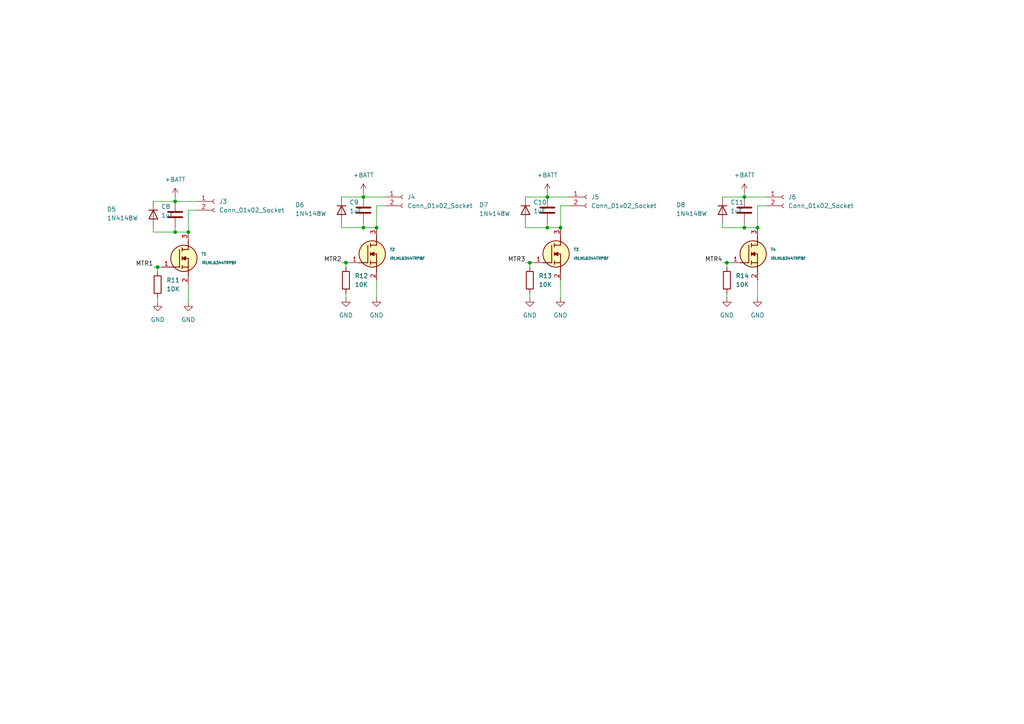
<source format=kicad_sch>
(kicad_sch (version 20250114) (generator "eeschema") (generator_version "9.0")
  (paper "A4")
  (lib_symbols
    (symbol "Connector:Conn_01x02_Socket" (pin_names (offset 1.016) (hide yes))
      (property "Reference" "J" (at 0 2.54 0))
      (property "Value" "Conn_01x02_Socket" (at 0 -5.08 0))
      (symbol "Conn_01x02_Socket_1_1"
        (polyline (pts (xy -1.27 0) (xy -0.508 0)) (stroke (width 0.1524)))
        (polyline (pts (xy -1.27 -2.54) (xy -0.508 -2.54)) (stroke (width 0.1524)))
        (arc (start 0 -0.508) (mid -0.5058 0) (end 0 0.508) (stroke (width 0.1524)))
        (arc (start 0 -3.048) (mid -0.5058 -2.54) (end 0 -2.032) (stroke (width 0.1524)))
        (pin passive line (at -5.08 0 0) (length 3.81) (name "Pin_1") (number "1"))
        (pin passive line (at -5.08 -2.54 0) (length 3.81) (name "Pin_2") (number "2"))
      )
    )
    (symbol "Device:C" (pin_numbers (hide yes)) (pin_names (offset 0.254))
      (property "Reference" "C" (at 0.635 2.54 0))
      (property "Value" "C" (at 0.635 -2.54 0))
      (symbol "C_0_1"
        (polyline (pts (xy -2.032 0.762) (xy 2.032 0.762)) (stroke (width 0.508)))
        (polyline (pts (xy -2.032 -0.762) (xy 2.032 -0.762)) (stroke (width 0.508)))
      )
      (symbol "C_1_1"
        (pin passive line (at 0 3.81 270) (length 2.794) (name "~") (number "1"))
        (pin passive line (at 0 -3.81 90) (length 2.794) (name "~") (number "2"))
      )
    )
    (symbol "Device:R" (pin_numbers (hide yes)) (pin_names (offset 0))
      (property "Reference" "R" (at 2.032 0 90))
      (property "Value" "R" (at 0 0 90))
      (symbol "R_0_1"
        (rectangle (start -1.016 -2.54) (end 1.016 2.54) (stroke (width 0.254)))
      )
      (symbol "R_1_1"
        (pin passive line (at 0 3.81 270) (length 1.27) (name "~") (number "1"))
        (pin passive line (at 0 -3.81 90) (length 1.27) (name "~") (number "2"))
      )
    )
    (symbol "Diode:1N4148W" (pin_numbers (hide yes)) (pin_names (hide yes))
      (property "Reference" "D" (at 0 2.54 0))
      (property "Value" "1N4148W" (at 0 -2.54 0))
      (symbol "1N4148W_0_1"
        (polyline (pts (xy -1.27 1.27) (xy -1.27 -1.27)) (stroke (width 0.254)))
        (polyline (pts (xy 1.27 1.27) (xy 1.27 -1.27) (xy -1.27 0) (xy 1.27 1.27)) (stroke (width 0.254)))
        (polyline (pts (xy 1.27 0) (xy -1.27 0)))
      )
      (symbol "1N4148W_1_1"
        (pin passive line (at -3.81 0 0) (length 2.54) (name "K") (number "1"))
        (pin passive line (at 3.81 0 180) (length 2.54) (name "A") (number "2"))
      )
    )
    (symbol "IRLML6344TRPBF:SI2302DS-T1" (pin_names (hide yes))
      (property "Reference" "T2" (at 1.016 6.604 0))
      (property "Value" "IRLML6344TRPBF" (at -5.588 4.826 0))
      (symbol "SI2302DS-T1_1_1"
        (polyline (pts (xy 2.54 0) (xy 5.08 0)) (stroke (width 0.254)))
        (polyline (pts (xy 5.08 5.08) (xy 5.08 0)) (stroke (width 0.254)))
        (polyline (pts (xy 5.842 5.588) (xy 5.842 4.572)) (stroke (width 0.254)))
        (polyline (pts (xy 5.842 2.54) (xy 6.858 3.048) (xy 6.858 2.032) (xy 5.842 2.54)) (stroke (width 0.254)) (fill (type outline)))
        (polyline (pts (xy 5.842 2.032) (xy 5.842 3.048)) (stroke (width 0.254)))
        (polyline (pts (xy 5.842 0) (xy 7.62 0)) (stroke (width 0.254)))
        (polyline (pts (xy 5.842 -0.508) (xy 5.842 0.508)) (stroke (width 0.254)))
        (circle (center 6.35 2.54) (radius 3.81) (stroke (width 0.254)) (fill (type background)))
        (polyline (pts (xy 7.62 5.08) (xy 5.842 5.08)) (stroke (width 0.254)))
        (polyline (pts (xy 7.62 5.08) (xy 7.62 7.62)) (stroke (width 0.254)))
        (polyline (pts (xy 7.62 2.54) (xy 5.842 2.54)) (stroke (width 0.254)))
        (polyline (pts (xy 7.62 2.54) (xy 7.62 -2.54)) (stroke (width 0.254)))
        (pin passive line (at 0 0 0) (length 2.54) (name "G") (number "1"))
        (pin passive line (at 7.62 10.16 270) (length 2.54) (name "D") (number "3"))
        (pin passive line (at 7.62 -5.08 90) (length 2.54) (name "S") (number "2"))
      )
    )
    (symbol "power:+BATT" (power) (pin_numbers (hide yes)) (pin_names (offset 0) (hide yes))
      (property "Value" "+BATT" (at 0 3.556 0))
      (symbol "+BATT_0_1"
        (polyline (pts (xy -0.762 1.27) (xy 0 2.54)))
        (polyline (pts (xy 0 2.54) (xy 0.762 1.27)))
        (polyline (pts (xy 0 0) (xy 0 2.54)))
      )
      (symbol "+BATT_1_1"
        (pin power_in line (at 0 0 90) (length 0) (name "~") (number "1"))
      )
    )
    (symbol "power:GND" (power) (pin_numbers (hide yes)) (pin_names (offset 0) (hide yes))
      (property "Value" "GND" (at 0 -3.81 0))
      (symbol "GND_0_1"
        (polyline (pts (xy 0 0) (xy 0 -1.27) (xy 1.27 -1.27) (xy 0 -2.54) (xy -1.27 -1.27) (xy 0 -1.27)))
      )
      (symbol "GND_1_1"
        (pin power_in line (at 0 0 270) (length 0) (name "~") (number "1"))
      )
    )
  )
  (junction (at 153.67 76.2))
  (junction (at 105.41 57.15))
  (junction (at 162.56 66.04))
  (junction (at 158.75 66.04))
  (junction (at 105.41 66.04))
  (junction (at 215.9 57.15))
  (junction (at 210.82 76.2))
  (junction (at 50.8 67.31))
  (junction (at 109.22 66.04))
  (junction (at 219.71 66.04))
  (junction (at 158.75 57.15))
  (junction (at 100.33 76.2))
  (junction (at 54.61 67.31))
  (junction (at 50.8 58.42))
  (junction (at 45.72 77.47))
  (junction (at 215.9 66.04))
  (wire (pts (xy 109.22 81.28) (xy 109.22 86.36)))
  (wire (pts (xy 158.75 66.04) (xy 152.4 66.04)))
  (wire (pts (xy 54.61 60.96) (xy 57.15 60.96)))
  (wire (pts (xy 99.06 57.15) (xy 105.41 57.15)))
  (wire (pts (xy 152.4 57.15) (xy 158.75 57.15)))
  (wire (pts (xy 45.72 77.47) (xy 46.99 77.47)))
  (wire (pts (xy 44.45 77.47) (xy 45.72 77.47)))
  (wire (pts (xy 209.55 57.15) (xy 215.9 57.15)))
  (wire (pts (xy 54.61 67.31) (xy 50.8 67.31)))
  (wire (pts (xy 162.56 66.04) (xy 162.56 59.69)))
  (wire (pts (xy 153.67 85.09) (xy 153.67 86.36)))
  (wire (pts (xy 50.8 67.31) (xy 44.45 67.31)))
  (wire (pts (xy 162.56 81.28) (xy 162.56 86.36)))
  (wire (pts (xy 109.22 66.04) (xy 105.41 66.04)))
  (wire (pts (xy 219.71 81.28) (xy 219.71 86.36)))
  (wire (pts (xy 109.22 66.04) (xy 109.22 59.69)))
  (wire (pts (xy 153.67 76.2) (xy 153.67 77.47)))
  (wire (pts (xy 219.71 66.04) (xy 215.9 66.04)))
  (wire (pts (xy 158.75 57.15) (xy 165.1 57.15)))
  (wire (pts (xy 209.55 76.2) (xy 210.82 76.2)))
  (wire (pts (xy 105.41 55.88) (xy 105.41 57.15)))
  (wire (pts (xy 209.55 66.04) (xy 209.55 64.77)))
  (wire (pts (xy 54.61 82.55) (xy 54.61 87.63)))
  (wire (pts (xy 50.8 66.04) (xy 50.8 67.31)))
  (wire (pts (xy 50.8 57.15) (xy 50.8 58.42)))
  (wire (pts (xy 54.61 67.31) (xy 54.61 60.96)))
  (wire (pts (xy 45.72 77.47) (xy 45.72 78.74)))
  (wire (pts (xy 44.45 67.31) (xy 44.45 66.04)))
  (wire (pts (xy 109.22 59.69) (xy 111.76 59.69)))
  (wire (pts (xy 219.71 59.69) (xy 222.25 59.69)))
  (wire (pts (xy 45.72 86.36) (xy 45.72 87.63)))
  (wire (pts (xy 105.41 57.15) (xy 111.76 57.15)))
  (wire (pts (xy 210.82 76.2) (xy 210.82 77.47)))
  (wire (pts (xy 215.9 64.77) (xy 215.9 66.04)))
  (wire (pts (xy 44.45 58.42) (xy 50.8 58.42)))
  (wire (pts (xy 99.06 76.2) (xy 100.33 76.2)))
  (wire (pts (xy 99.06 66.04) (xy 99.06 64.77)))
  (wire (pts (xy 210.82 85.09) (xy 210.82 86.36)))
  (wire (pts (xy 158.75 55.88) (xy 158.75 57.15)))
  (wire (pts (xy 215.9 55.88) (xy 215.9 57.15)))
  (wire (pts (xy 50.8 58.42) (xy 57.15 58.42)))
  (wire (pts (xy 105.41 66.04) (xy 99.06 66.04)))
  (wire (pts (xy 100.33 85.09) (xy 100.33 86.36)))
  (wire (pts (xy 158.75 64.77) (xy 158.75 66.04)))
  (wire (pts (xy 210.82 76.2) (xy 212.09 76.2)))
  (wire (pts (xy 162.56 66.04) (xy 158.75 66.04)))
  (wire (pts (xy 153.67 76.2) (xy 154.94 76.2)))
  (wire (pts (xy 215.9 66.04) (xy 209.55 66.04)))
  (wire (pts (xy 100.33 76.2) (xy 101.6 76.2)))
  (wire (pts (xy 219.71 66.04) (xy 219.71 59.69)))
  (wire (pts (xy 100.33 76.2) (xy 100.33 77.47)))
  (wire (pts (xy 215.9 57.15) (xy 222.25 57.15)))
  (wire (pts (xy 152.4 76.2) (xy 153.67 76.2)))
  (wire (pts (xy 105.41 64.77) (xy 105.41 66.04)))
  (wire (pts (xy 152.4 66.04) (xy 152.4 64.77)))
  (wire (pts (xy 162.56 59.69) (xy 165.1 59.69)))
  (label "MTR2" (at 99.06 76.2 180))
  (label "MTR4" (at 209.55 76.2 180))
  (label "MTR3" (at 152.4 76.2 180))
  (label "MTR1" (at 44.45 77.47 180))
  (symbol (lib_id "power:GND") (at 100.33 86.36 0) (unit 1)
    (property "Reference" "#PWR020" (effects (hide yes)))
    (property "Value" "GND" (at 100.33 91.44 0))
    (property "Description" "Power symbol creates a global label with name \"GND\" , ground" (effects (hide yes)))
  )
  (symbol (lib_id "Connector:Conn_01x02_Socket") (at 227.33 57.15 0) (unit 1)
    (property "Reference" "J6" (at 228.6 57.1499 0) (effects (justify left)))
    (property "Value" "Conn_01x02_Socket" (at 228.6 59.6899 0) (effects (justify left)))
    (property "Description" "Generic connector, single row, 01x02, script generated" (effects (hide yes)))
  )
  (symbol (lib_id "IRLML6344TRPBF:SI2302DS-T1") (at 212.09 76.2 0) (unit 1)
    (property "Reference" "T4" (at 223.52 72.39 0) (effects (font (size 0.8 0.8)) (justify left)))
    (property "Value" "IRLML6344TRPBF" (at 223.52 74.93 0) (effects (font (size 0.8 0.8)) (justify left)))
    (property "Footprint" "SI2302DS-T1:SOT95P237X112-3N" (effects (hide yes)))
    (property "Datasheet" "https://www.lcsc.com/datasheet/lcsc_datasheet_2305231118_HXY-MOSFET-IRLML6344TRPBF-HXY_C6285738.pdf" (effects (hide yes)))
    (property "LCSC Part #" "C6285738 " (effects (hide yes)))
    (property "LCSC Link" "https://www.lcsc.com/product-detail/MOSFETs_HXY-MOSFET-IRLML6344TRPBF-HXY_C6285738.html" (effects (hide yes)))
    (property "MFR.Part #" "IRLML6344TRPBF-HXY" (effects (hide yes)))
    (property "Manufacturer" " HXY MOSFET" (effects (hide yes)))
    (property "Package" "SOT-23" (effects (hide yes)))
    (property "JLCA Type" "Extended" (effects (hide yes)))
  )
  (symbol (lib_id "Diode:1N4148W") (at 99.06 60.96 270) (unit 1)
    (property "Reference" "D6" (at 85.598 59.436 90) (effects (justify left)))
    (property "Value" "1N4148W" (at 85.598 61.976 90) (effects (justify left)))
    (property "Footprint" "Diode_SMD:D_SOD-123" (effects (hide yes)))
    (property "Datasheet" "https://www.vishay.com/docs/85748/1n4148w.pdf" (effects (hide yes)))
    (property "Description" "75V 0.15A Fast Switching Diode, SOD-123" (effects (hide yes)))
    (property "Sim.Device" "D" (effects (hide yes)))
    (property "Sim.Pins" "1=K 2=A" (effects (hide yes)))
  )
  (symbol (lib_id "IRLML6344TRPBF:SI2302DS-T1") (at 46.99 77.47 0) (unit 1)
    (property "Reference" "T1" (at 58.42 73.66 0) (effects (font (size 0.8 0.8)) (justify left)))
    (property "Value" "IRLML6344TRPBF" (at 58.42 76.2 0) (effects (font (size 0.8 0.8)) (justify left)))
    (property "Footprint" "SI2302DS-T1:SOT95P237X112-3N" (effects (hide yes)))
    (property "Datasheet" "https://www.lcsc.com/datasheet/lcsc_datasheet_2305231118_HXY-MOSFET-IRLML6344TRPBF-HXY_C6285738.pdf" (effects (hide yes)))
    (property "LCSC Part #" "C6285738 " (effects (hide yes)))
    (property "LCSC Link" "https://www.lcsc.com/product-detail/MOSFETs_HXY-MOSFET-IRLML6344TRPBF-HXY_C6285738.html" (effects (hide yes)))
    (property "MFR.Part #" "IRLML6344TRPBF-HXY" (effects (hide yes)))
    (property "Manufacturer" " HXY MOSFET" (effects (hide yes)))
    (property "Package" "SOT-23" (effects (hide yes)))
    (property "JLCA Type" "Extended" (effects (hide yes)))
  )
  (symbol (lib_id "Device:R") (at 210.82 81.28 0) (unit 1)
    (property "Reference" "R14" (at 213.36 80.0099 0) (effects (justify left)))
    (property "Value" "10K" (at 213.36 82.5499 0) (effects (justify left)))
    (property "Description" "Resistor" (effects (hide yes)))
  )
  (symbol (lib_id "power:+BATT") (at 158.75 55.88 0) (unit 1)
    (property "Reference" "#PWR024" (effects (hide yes)))
    (property "Value" "+BATT" (at 158.75 50.8 0))
    (property "Description" "Power symbol creates a global label with name \"+BATT\"" (effects (hide yes)))
  )
  (symbol (lib_id "power:GND") (at 109.22 86.36 0) (unit 1)
    (property "Reference" "#PWR022" (effects (hide yes)))
    (property "Value" "GND" (at 109.22 91.44 0))
    (property "Description" "Power symbol creates a global label with name \"GND\" , ground" (effects (hide yes)))
  )
  (symbol (lib_id "Connector:Conn_01x02_Socket") (at 170.18 57.15 0) (unit 1)
    (property "Reference" "J5" (at 171.45 57.1499 0) (effects (justify left)))
    (property "Value" "Conn_01x02_Socket" (at 171.45 59.6899 0) (effects (justify left)))
    (property "Description" "Generic connector, single row, 01x02, script generated" (effects (hide yes)))
  )
  (symbol (lib_id "power:+BATT") (at 50.8 57.15 0) (unit 1)
    (property "Reference" "#PWR015" (effects (hide yes)))
    (property "Value" "+BATT" (at 50.8 52.07 0))
    (property "Description" "Power symbol creates a global label with name \"+BATT\"" (effects (hide yes)))
  )
  (symbol (lib_id "Connector:Conn_01x02_Socket") (at 62.23 58.42 0) (unit 1)
    (property "Reference" "J3" (at 63.5 58.4199 0) (effects (justify left)))
    (property "Value" "Conn_01x02_Socket" (at 63.5 60.9599 0) (effects (justify left)))
    (property "Description" "Generic connector, single row, 01x02, script generated" (effects (hide yes)))
  )
  (symbol (lib_id "power:+BATT") (at 215.9 55.88 0) (unit 1)
    (property "Reference" "#PWR027" (effects (hide yes)))
    (property "Value" "+BATT" (at 215.9 50.8 0))
    (property "Description" "Power symbol creates a global label with name \"+BATT\"" (effects (hide yes)))
  )
  (symbol (lib_id "power:GND") (at 45.72 87.63 0) (unit 1)
    (property "Reference" "#PWR019" (effects (hide yes)))
    (property "Value" "GND" (at 45.72 92.71 0))
    (property "Description" "Power symbol creates a global label with name \"GND\" , ground" (effects (hide yes)))
  )
  (symbol (lib_id "IRLML6344TRPBF:SI2302DS-T1") (at 101.6 76.2 0) (unit 1)
    (property "Reference" "T2" (at 113.03 72.39 0) (effects (font (size 0.8 0.8)) (justify left)))
    (property "Value" "IRLML6344TRPBF" (at 113.03 74.93 0) (effects (font (size 0.8 0.8)) (justify left)))
    (property "Footprint" "SI2302DS-T1:SOT95P237X112-3N" (effects (hide yes)))
    (property "Datasheet" "https://www.lcsc.com/datasheet/lcsc_datasheet_2305231118_HXY-MOSFET-IRLML6344TRPBF-HXY_C6285738.pdf" (effects (hide yes)))
    (property "LCSC Part #" "C6285738 " (effects (hide yes)))
    (property "LCSC Link" "https://www.lcsc.com/product-detail/MOSFETs_HXY-MOSFET-IRLML6344TRPBF-HXY_C6285738.html" (effects (hide yes)))
    (property "MFR.Part #" "IRLML6344TRPBF-HXY" (effects (hide yes)))
    (property "Manufacturer" " HXY MOSFET" (effects (hide yes)))
    (property "Package" "SOT-23" (effects (hide yes)))
    (property "JLCA Type" "Extended" (effects (hide yes)))
  )
  (symbol (lib_id "power:GND") (at 210.82 86.36 0) (unit 1)
    (property "Reference" "#PWR026" (effects (hide yes)))
    (property "Value" "GND" (at 210.82 91.44 0))
    (property "Description" "Power symbol creates a global label with name \"GND\" , ground" (effects (hide yes)))
  )
  (symbol (lib_id "power:GND") (at 162.56 86.36 0) (unit 1)
    (property "Reference" "#PWR025" (effects (hide yes)))
    (property "Value" "GND" (at 162.56 91.44 0))
    (property "Description" "Power symbol creates a global label with name \"GND\" , ground" (effects (hide yes)))
  )
  (symbol (lib_id "power:GND") (at 153.67 86.36 0) (unit 1)
    (property "Reference" "#PWR023" (effects (hide yes)))
    (property "Value" "GND" (at 153.67 91.44 0))
    (property "Description" "Power symbol creates a global label with name \"GND\" , ground" (effects (hide yes)))
  )
  (symbol (lib_id "Diode:1N4148W") (at 44.45 62.23 270) (unit 1)
    (property "Reference" "D5" (at 30.988 60.706 90) (effects (justify left)))
    (property "Value" "1N4148W" (at 30.988 63.246 90) (effects (justify left)))
    (property "Footprint" "Diode_SMD:D_SOD-123" (effects (hide yes)))
    (property "Datasheet" "https://www.vishay.com/docs/85748/1n4148w.pdf" (effects (hide yes)))
    (property "Description" "75V 0.15A Fast Switching Diode, SOD-123" (effects (hide yes)))
    (property "Sim.Device" "D" (effects (hide yes)))
    (property "Sim.Pins" "1=K 2=A" (effects (hide yes)))
  )
  (symbol (lib_id "power:+BATT") (at 105.41 55.88 0) (unit 1)
    (property "Reference" "#PWR021" (effects (hide yes)))
    (property "Value" "+BATT" (at 105.41 50.8 0))
    (property "Description" "Power symbol creates a global label with name \"+BATT\"" (effects (hide yes)))
  )
  (symbol (lib_id "Device:C") (at 105.41 60.96 0) (unit 1)
    (property "Reference" "C9" (at 101.346 58.674 0) (effects (justify left)))
    (property "Value" "1uF" (at 101.346 61.214 0) (effects (justify left)))
    (property "Description" "Unpolarized capacitor" (effects (hide yes)))
  )
  (symbol (lib_id "Device:C") (at 50.8 62.23 0) (unit 1)
    (property "Reference" "C8" (at 46.736 59.944 0) (effects (justify left)))
    (property "Value" "1uF" (at 46.736 62.484 0) (effects (justify left)))
    (property "Description" "Unpolarized capacitor" (effects (hide yes)))
  )
  (symbol (lib_id "Diode:1N4148W") (at 152.4 60.96 270) (unit 1)
    (property "Reference" "D7" (at 138.938 59.436 90) (effects (justify left)))
    (property "Value" "1N4148W" (at 138.938 61.976 90) (effects (justify left)))
    (property "Footprint" "Diode_SMD:D_SOD-123" (effects (hide yes)))
    (property "Datasheet" "https://www.vishay.com/docs/85748/1n4148w.pdf" (effects (hide yes)))
    (property "Description" "75V 0.15A Fast Switching Diode, SOD-123" (effects (hide yes)))
    (property "Sim.Device" "D" (effects (hide yes)))
    (property "Sim.Pins" "1=K 2=A" (effects (hide yes)))
  )
  (symbol (lib_id "power:GND") (at 219.71 86.36 0) (unit 1)
    (property "Reference" "#PWR028" (effects (hide yes)))
    (property "Value" "GND" (at 219.71 91.44 0))
    (property "Description" "Power symbol creates a global label with name \"GND\" , ground" (effects (hide yes)))
  )
  (symbol (lib_id "power:GND") (at 54.61 87.63 0) (unit 1)
    (property "Reference" "#PWR018" (effects (hide yes)))
    (property "Value" "GND" (at 54.61 92.71 0))
    (property "Description" "Power symbol creates a global label with name \"GND\" , ground" (effects (hide yes)))
  )
  (symbol (lib_id "Device:R") (at 45.72 82.55 0) (unit 1)
    (property "Reference" "R11" (at 48.26 81.2799 0) (effects (justify left)))
    (property "Value" "10K" (at 48.26 83.8199 0) (effects (justify left)))
    (property "Description" "Resistor" (effects (hide yes)))
  )
  (symbol (lib_id "Connector:Conn_01x02_Socket") (at 116.84 57.15 0) (unit 1)
    (property "Reference" "J4" (at 118.11 57.1499 0) (effects (justify left)))
    (property "Value" "Conn_01x02_Socket" (at 118.11 59.6899 0) (effects (justify left)))
    (property "Description" "Generic connector, single row, 01x02, script generated" (effects (hide yes)))
  )
  (symbol (lib_id "Device:C") (at 158.75 60.96 0) (unit 1)
    (property "Reference" "C10" (at 154.686 58.674 0) (effects (justify left)))
    (property "Value" "1uF" (at 154.686 61.214 0) (effects (justify left)))
    (property "Description" "Unpolarized capacitor" (effects (hide yes)))
  )
  (symbol (lib_id "Device:R") (at 153.67 81.28 0) (unit 1)
    (property "Reference" "R13" (at 156.21 80.0099 0) (effects (justify left)))
    (property "Value" "10K" (at 156.21 82.5499 0) (effects (justify left)))
    (property "Description" "Resistor" (effects (hide yes)))
  )
  (symbol (lib_id "Diode:1N4148W") (at 209.55 60.96 270) (unit 1)
    (property "Reference" "D8" (at 196.088 59.436 90) (effects (justify left)))
    (property "Value" "1N4148W" (at 196.088 61.976 90) (effects (justify left)))
    (property "Footprint" "Diode_SMD:D_SOD-123" (effects (hide yes)))
    (property "Datasheet" "https://www.vishay.com/docs/85748/1n4148w.pdf" (effects (hide yes)))
    (property "Description" "75V 0.15A Fast Switching Diode, SOD-123" (effects (hide yes)))
    (property "Sim.Device" "D" (effects (hide yes)))
    (property "Sim.Pins" "1=K 2=A" (effects (hide yes)))
  )
  (symbol (lib_id "Device:C") (at 215.9 60.96 0) (unit 1)
    (property "Reference" "C11" (at 211.836 58.674 0) (effects (justify left)))
    (property "Value" "1uF" (at 211.836 61.214 0) (effects (justify left)))
    (property "Description" "Unpolarized capacitor" (effects (hide yes)))
  )
  (symbol (lib_id "IRLML6344TRPBF:SI2302DS-T1") (at 154.94 76.2 0) (unit 1)
    (property "Reference" "T3" (at 166.37 72.39 0) (effects (font (size 0.8 0.8)) (justify left)))
    (property "Value" "IRLML6344TRPBF" (at 166.37 74.93 0) (effects (font (size 0.8 0.8)) (justify left)))
    (property "Footprint" "SI2302DS-T1:SOT95P237X112-3N" (effects (hide yes)))
    (property "Datasheet" "https://www.lcsc.com/datasheet/lcsc_datasheet_2305231118_HXY-MOSFET-IRLML6344TRPBF-HXY_C6285738.pdf" (effects (hide yes)))
    (property "LCSC Part #" "C6285738 " (effects (hide yes)))
    (property "LCSC Link" "https://www.lcsc.com/product-detail/MOSFETs_HXY-MOSFET-IRLML6344TRPBF-HXY_C6285738.html" (effects (hide yes)))
    (property "MFR.Part #" "IRLML6344TRPBF-HXY" (effects (hide yes)))
    (property "Manufacturer" " HXY MOSFET" (effects (hide yes)))
    (property "Package" "SOT-23" (effects (hide yes)))
    (property "JLCA Type" "Extended" (effects (hide yes)))
  )
  (symbol (lib_id "Device:R") (at 100.33 81.28 0) (unit 1)
    (property "Reference" "R12" (at 102.87 80.0099 0) (effects (justify left)))
    (property "Value" "10K" (at 102.87 82.5499 0) (effects (justify left)))
    (property "Description" "Resistor" (effects (hide yes)))
  )
)
</source>
